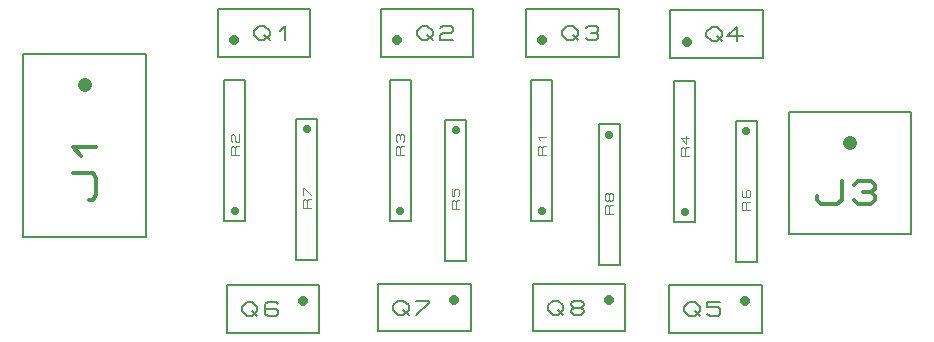
<source format=gbr>
G04 PROTEUS GERBER X2 FILE*
%TF.GenerationSoftware,Labcenter,Proteus,8.13-SP0-Build31525*%
%TF.CreationDate,2025-01-18T15:37:42+00:00*%
%TF.FileFunction,AssemblyDrawing,Top*%
%TF.FilePolarity,Positive*%
%TF.Part,Single*%
%TF.SameCoordinates,{6578d0ff-8a4d-4828-9911-fb9daf4c42ae}*%
%FSLAX45Y45*%
%MOMM*%
G01*
%TA.AperFunction,Material*%
%ADD18C,0.203200*%
%ADD20C,1.219200*%
%ADD21C,0.331890*%
%ADD22C,0.812800*%
%ADD23C,0.194730*%
%ADD24C,0.711200*%
%ADD25C,0.110230*%
%ADD26C,0.314280*%
%TD.AperFunction*%
D18*
X+81840Y+1239840D02*
X+1118160Y+1239840D01*
X+1118160Y+2784160D01*
X+81840Y+2784160D01*
X+81840Y+1239840D01*
D20*
X+600000Y+2520000D02*
X+600000Y+2520000D01*
D21*
X+633189Y+1550737D02*
X+666379Y+1550737D01*
X+699568Y+1588074D01*
X+699568Y+1737426D01*
X+666379Y+1774764D01*
X+500432Y+1774764D01*
X+566811Y+1924115D02*
X+500432Y+1998791D01*
X+699568Y+1998791D01*
D18*
X+1728840Y+2762840D02*
X+2511160Y+2762840D01*
X+2511160Y+3164160D01*
X+1728840Y+3164160D01*
X+1728840Y+2762840D01*
D22*
X+1866000Y+2900000D02*
X+1866000Y+2900000D01*
D23*
X+2033641Y+2982973D02*
X+2077455Y+3021920D01*
X+2121270Y+3021920D01*
X+2165085Y+2982973D01*
X+2165085Y+2944027D01*
X+2121270Y+2905080D01*
X+2077455Y+2905080D01*
X+2033641Y+2944027D01*
X+2033641Y+2982973D01*
X+2121270Y+2944027D02*
X+2165085Y+2905080D01*
X+2252714Y+2982973D02*
X+2296529Y+3021920D01*
X+2296529Y+2905080D01*
D18*
X+3108840Y+2762840D02*
X+3891160Y+2762840D01*
X+3891160Y+3164160D01*
X+3108840Y+3164160D01*
X+3108840Y+2762840D01*
D22*
X+3246000Y+2900000D02*
X+3246000Y+2900000D01*
D23*
X+3413641Y+2982973D02*
X+3457455Y+3021920D01*
X+3501270Y+3021920D01*
X+3545085Y+2982973D01*
X+3545085Y+2944027D01*
X+3501270Y+2905080D01*
X+3457455Y+2905080D01*
X+3413641Y+2944027D01*
X+3413641Y+2982973D01*
X+3501270Y+2944027D02*
X+3545085Y+2905080D01*
X+3610807Y+3002447D02*
X+3632714Y+3021920D01*
X+3698436Y+3021920D01*
X+3720344Y+3002447D01*
X+3720344Y+2982973D01*
X+3698436Y+2963500D01*
X+3632714Y+2963500D01*
X+3610807Y+2944027D01*
X+3610807Y+2905080D01*
X+3720344Y+2905080D01*
D18*
X+4338840Y+2762840D02*
X+5121160Y+2762840D01*
X+5121160Y+3164160D01*
X+4338840Y+3164160D01*
X+4338840Y+2762840D01*
D22*
X+4476000Y+2900000D02*
X+4476000Y+2900000D01*
D23*
X+4643641Y+2982973D02*
X+4687455Y+3021920D01*
X+4731270Y+3021920D01*
X+4775085Y+2982973D01*
X+4775085Y+2944027D01*
X+4731270Y+2905080D01*
X+4687455Y+2905080D01*
X+4643641Y+2944027D01*
X+4643641Y+2982973D01*
X+4731270Y+2944027D02*
X+4775085Y+2905080D01*
X+4840807Y+3002447D02*
X+4862714Y+3021920D01*
X+4928436Y+3021920D01*
X+4950344Y+3002447D01*
X+4950344Y+2982973D01*
X+4928436Y+2963500D01*
X+4950344Y+2944027D01*
X+4950344Y+2924553D01*
X+4928436Y+2905080D01*
X+4862714Y+2905080D01*
X+4840807Y+2924553D01*
X+4884622Y+2963500D02*
X+4928436Y+2963500D01*
D18*
X+5558840Y+2752840D02*
X+6341160Y+2752840D01*
X+6341160Y+3154160D01*
X+5558840Y+3154160D01*
X+5558840Y+2752840D01*
D22*
X+5696000Y+2890000D02*
X+5696000Y+2890000D01*
D23*
X+5863641Y+2972973D02*
X+5907455Y+3011920D01*
X+5951270Y+3011920D01*
X+5995085Y+2972973D01*
X+5995085Y+2934027D01*
X+5951270Y+2895080D01*
X+5907455Y+2895080D01*
X+5863641Y+2934027D01*
X+5863641Y+2972973D01*
X+5951270Y+2934027D02*
X+5995085Y+2895080D01*
X+6170344Y+2934027D02*
X+6038900Y+2934027D01*
X+6126529Y+3011920D01*
X+6126529Y+2895080D01*
D18*
X+4381100Y+1371100D02*
X+4558900Y+1371100D01*
X+4558900Y+2564900D01*
X+4381100Y+2564900D01*
X+4381100Y+1371100D01*
D24*
X+4470000Y+1460000D02*
X+4470000Y+1460000D01*
D25*
X+4503071Y+1931018D02*
X+4436930Y+1931018D01*
X+4436930Y+1993025D01*
X+4447953Y+2005427D01*
X+4458977Y+2005427D01*
X+4470000Y+1993025D01*
X+4470000Y+1931018D01*
X+4470000Y+1993025D02*
X+4481024Y+2005427D01*
X+4503071Y+2005427D01*
X+4458977Y+2055033D02*
X+4436930Y+2079836D01*
X+4503071Y+2079836D01*
D18*
X+1781100Y+1371100D02*
X+1958900Y+1371100D01*
X+1958900Y+2564900D01*
X+1781100Y+2564900D01*
X+1781100Y+1371100D01*
D24*
X+1870000Y+1460000D02*
X+1870000Y+1460000D01*
D25*
X+1903071Y+1931018D02*
X+1836930Y+1931018D01*
X+1836930Y+1993025D01*
X+1847953Y+2005427D01*
X+1858977Y+2005427D01*
X+1870000Y+1993025D01*
X+1870000Y+1931018D01*
X+1870000Y+1993025D02*
X+1881024Y+2005427D01*
X+1903071Y+2005427D01*
X+1847953Y+2042631D02*
X+1836930Y+2055033D01*
X+1836930Y+2092237D01*
X+1847953Y+2104639D01*
X+1858977Y+2104639D01*
X+1870000Y+2092237D01*
X+1870000Y+2055033D01*
X+1881024Y+2042631D01*
X+1903071Y+2042631D01*
X+1903071Y+2104639D01*
D18*
X+3181100Y+1371100D02*
X+3358900Y+1371100D01*
X+3358900Y+2564900D01*
X+3181100Y+2564900D01*
X+3181100Y+1371100D01*
D24*
X+3270000Y+1460000D02*
X+3270000Y+1460000D01*
D25*
X+3303071Y+1931018D02*
X+3236930Y+1931018D01*
X+3236930Y+1993025D01*
X+3247953Y+2005427D01*
X+3258977Y+2005427D01*
X+3270000Y+1993025D01*
X+3270000Y+1931018D01*
X+3270000Y+1993025D02*
X+3281024Y+2005427D01*
X+3303071Y+2005427D01*
X+3247953Y+2042631D02*
X+3236930Y+2055033D01*
X+3236930Y+2092237D01*
X+3247953Y+2104639D01*
X+3258977Y+2104639D01*
X+3270000Y+2092237D01*
X+3281024Y+2104639D01*
X+3292048Y+2104639D01*
X+3303071Y+2092237D01*
X+3303071Y+2055033D01*
X+3292048Y+2042631D01*
X+3270000Y+2067434D02*
X+3270000Y+2092237D01*
D18*
X+5591100Y+1361100D02*
X+5768900Y+1361100D01*
X+5768900Y+2554900D01*
X+5591100Y+2554900D01*
X+5591100Y+1361100D01*
D24*
X+5680000Y+1450000D02*
X+5680000Y+1450000D01*
D25*
X+5713071Y+1921018D02*
X+5646930Y+1921018D01*
X+5646930Y+1983025D01*
X+5657953Y+1995427D01*
X+5668977Y+1995427D01*
X+5680000Y+1983025D01*
X+5680000Y+1921018D01*
X+5680000Y+1983025D02*
X+5691024Y+1995427D01*
X+5713071Y+1995427D01*
X+5691024Y+2094639D02*
X+5691024Y+2020230D01*
X+5646930Y+2069836D01*
X+5713071Y+2069836D01*
D18*
X+1804840Y+425840D02*
X+2587160Y+425840D01*
X+2587160Y+827160D01*
X+1804840Y+827160D01*
X+1804840Y+425840D01*
D22*
X+2450000Y+690000D02*
X+2450000Y+690000D01*
D23*
X+1931841Y+645973D02*
X+1975655Y+684920D01*
X+2019470Y+684920D01*
X+2063285Y+645973D01*
X+2063285Y+607027D01*
X+2019470Y+568080D01*
X+1975655Y+568080D01*
X+1931841Y+607027D01*
X+1931841Y+645973D01*
X+2019470Y+607027D02*
X+2063285Y+568080D01*
X+2238544Y+665447D02*
X+2216636Y+684920D01*
X+2150914Y+684920D01*
X+2129007Y+665447D01*
X+2129007Y+587553D01*
X+2150914Y+568080D01*
X+2216636Y+568080D01*
X+2238544Y+587553D01*
X+2238544Y+607027D01*
X+2216636Y+626500D01*
X+2129007Y+626500D01*
D18*
X+3084840Y+435840D02*
X+3867160Y+435840D01*
X+3867160Y+837160D01*
X+3084840Y+837160D01*
X+3084840Y+435840D01*
D22*
X+3730000Y+700000D02*
X+3730000Y+700000D01*
D23*
X+3211841Y+655973D02*
X+3255655Y+694920D01*
X+3299470Y+694920D01*
X+3343285Y+655973D01*
X+3343285Y+617027D01*
X+3299470Y+578080D01*
X+3255655Y+578080D01*
X+3211841Y+617027D01*
X+3211841Y+655973D01*
X+3299470Y+617027D02*
X+3343285Y+578080D01*
X+3409007Y+694920D02*
X+3518544Y+694920D01*
X+3518544Y+675447D01*
X+3409007Y+578080D01*
D18*
X+4392840Y+435840D02*
X+5175160Y+435840D01*
X+5175160Y+837160D01*
X+4392840Y+837160D01*
X+4392840Y+435840D01*
D22*
X+5038000Y+700000D02*
X+5038000Y+700000D01*
D23*
X+4519841Y+655973D02*
X+4563655Y+694920D01*
X+4607470Y+694920D01*
X+4651285Y+655973D01*
X+4651285Y+617027D01*
X+4607470Y+578080D01*
X+4563655Y+578080D01*
X+4519841Y+617027D01*
X+4519841Y+655973D01*
X+4607470Y+617027D02*
X+4651285Y+578080D01*
X+4738914Y+636500D02*
X+4717007Y+655973D01*
X+4717007Y+675447D01*
X+4738914Y+694920D01*
X+4804636Y+694920D01*
X+4826544Y+675447D01*
X+4826544Y+655973D01*
X+4804636Y+636500D01*
X+4738914Y+636500D01*
X+4717007Y+617027D01*
X+4717007Y+597553D01*
X+4738914Y+578080D01*
X+4804636Y+578080D01*
X+4826544Y+597553D01*
X+4826544Y+617027D01*
X+4804636Y+636500D01*
D18*
X+6561840Y+1257840D02*
X+7598160Y+1257840D01*
X+7598160Y+2294160D01*
X+6561840Y+2294160D01*
X+6561840Y+1257840D01*
D20*
X+7080000Y+2030000D02*
X+7080000Y+2030000D01*
D26*
X+6797147Y+1582011D02*
X+6797147Y+1550583D01*
X+6832503Y+1519155D01*
X+6973930Y+1519155D01*
X+7009286Y+1550583D01*
X+7009286Y+1707724D01*
X+7115356Y+1676296D02*
X+7150713Y+1707724D01*
X+7256783Y+1707724D01*
X+7292139Y+1676296D01*
X+7292139Y+1644868D01*
X+7256783Y+1613440D01*
X+7292139Y+1582011D01*
X+7292139Y+1550583D01*
X+7256783Y+1519155D01*
X+7150713Y+1519155D01*
X+7115356Y+1550583D01*
X+7186069Y+1613440D02*
X+7256783Y+1613440D01*
D18*
X+5548840Y+425840D02*
X+6331160Y+425840D01*
X+6331160Y+827160D01*
X+5548840Y+827160D01*
X+5548840Y+425840D01*
D22*
X+6194000Y+690000D02*
X+6194000Y+690000D01*
D23*
X+5675841Y+645973D02*
X+5719655Y+684920D01*
X+5763470Y+684920D01*
X+5807285Y+645973D01*
X+5807285Y+607027D01*
X+5763470Y+568080D01*
X+5719655Y+568080D01*
X+5675841Y+607027D01*
X+5675841Y+645973D01*
X+5763470Y+607027D02*
X+5807285Y+568080D01*
X+5982544Y+684920D02*
X+5873007Y+684920D01*
X+5873007Y+645973D01*
X+5960636Y+645973D01*
X+5982544Y+626500D01*
X+5982544Y+587553D01*
X+5960636Y+568080D01*
X+5894914Y+568080D01*
X+5873007Y+587553D01*
D18*
X+3651100Y+1035100D02*
X+3828900Y+1035100D01*
X+3828900Y+2228900D01*
X+3651100Y+2228900D01*
X+3651100Y+1035100D01*
D24*
X+3740000Y+2140000D02*
X+3740000Y+2140000D01*
D25*
X+3773071Y+1470558D02*
X+3706930Y+1470558D01*
X+3706930Y+1532565D01*
X+3717953Y+1544967D01*
X+3728977Y+1544967D01*
X+3740000Y+1532565D01*
X+3740000Y+1470558D01*
X+3740000Y+1532565D02*
X+3751024Y+1544967D01*
X+3773071Y+1544967D01*
X+3706930Y+1644179D02*
X+3706930Y+1582171D01*
X+3728977Y+1582171D01*
X+3728977Y+1631777D01*
X+3740000Y+1644179D01*
X+3762048Y+1644179D01*
X+3773071Y+1631777D01*
X+3773071Y+1594573D01*
X+3762048Y+1582171D01*
D18*
X+6111100Y+1025100D02*
X+6288900Y+1025100D01*
X+6288900Y+2218900D01*
X+6111100Y+2218900D01*
X+6111100Y+1025100D01*
D24*
X+6200000Y+2130000D02*
X+6200000Y+2130000D01*
D25*
X+6233071Y+1460558D02*
X+6166930Y+1460558D01*
X+6166930Y+1522565D01*
X+6177953Y+1534967D01*
X+6188977Y+1534967D01*
X+6200000Y+1522565D01*
X+6200000Y+1460558D01*
X+6200000Y+1522565D02*
X+6211024Y+1534967D01*
X+6233071Y+1534967D01*
X+6177953Y+1634179D02*
X+6166930Y+1621777D01*
X+6166930Y+1584573D01*
X+6177953Y+1572171D01*
X+6222048Y+1572171D01*
X+6233071Y+1584573D01*
X+6233071Y+1621777D01*
X+6222048Y+1634179D01*
X+6211024Y+1634179D01*
X+6200000Y+1621777D01*
X+6200000Y+1572171D01*
D18*
X+2391100Y+1045100D02*
X+2568900Y+1045100D01*
X+2568900Y+2238900D01*
X+2391100Y+2238900D01*
X+2391100Y+1045100D01*
D24*
X+2480000Y+2150000D02*
X+2480000Y+2150000D01*
D25*
X+2513071Y+1480558D02*
X+2446930Y+1480558D01*
X+2446930Y+1542565D01*
X+2457953Y+1554967D01*
X+2468977Y+1554967D01*
X+2480000Y+1542565D01*
X+2480000Y+1480558D01*
X+2480000Y+1542565D02*
X+2491024Y+1554967D01*
X+2513071Y+1554967D01*
X+2446930Y+1592171D02*
X+2446930Y+1654179D01*
X+2457953Y+1654179D01*
X+2513071Y+1592171D01*
D18*
X+4951100Y+995100D02*
X+5128900Y+995100D01*
X+5128900Y+2188900D01*
X+4951100Y+2188900D01*
X+4951100Y+995100D01*
D24*
X+5040000Y+2100000D02*
X+5040000Y+2100000D01*
D25*
X+5073071Y+1430558D02*
X+5006930Y+1430558D01*
X+5006930Y+1492565D01*
X+5017953Y+1504967D01*
X+5028977Y+1504967D01*
X+5040000Y+1492565D01*
X+5040000Y+1430558D01*
X+5040000Y+1492565D02*
X+5051024Y+1504967D01*
X+5073071Y+1504967D01*
X+5040000Y+1554573D02*
X+5028977Y+1542171D01*
X+5017953Y+1542171D01*
X+5006930Y+1554573D01*
X+5006930Y+1591777D01*
X+5017953Y+1604179D01*
X+5028977Y+1604179D01*
X+5040000Y+1591777D01*
X+5040000Y+1554573D01*
X+5051024Y+1542171D01*
X+5062048Y+1542171D01*
X+5073071Y+1554573D01*
X+5073071Y+1591777D01*
X+5062048Y+1604179D01*
X+5051024Y+1604179D01*
X+5040000Y+1591777D01*
M02*

</source>
